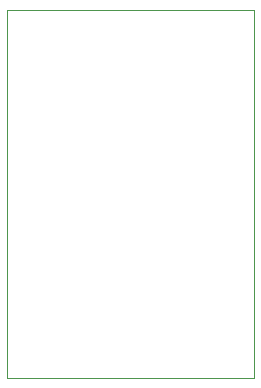
<source format=gbr>
G04 (created by PCBNEW (2013-jul-07)-stable) date Mon 28 Dec 2015 12:05:22 PM PST*
%MOIN*%
G04 Gerber Fmt 3.4, Leading zero omitted, Abs format*
%FSLAX34Y34*%
G01*
G70*
G90*
G04 APERTURE LIST*
%ADD10C,0.00393701*%
G04 APERTURE END LIST*
G54D10*
X54453Y-47488D02*
X62705Y-47491D01*
X62705Y-47491D02*
X62705Y-35218D01*
X62705Y-35218D02*
X54453Y-35218D01*
X54453Y-35218D02*
X54453Y-47488D01*
M02*

</source>
